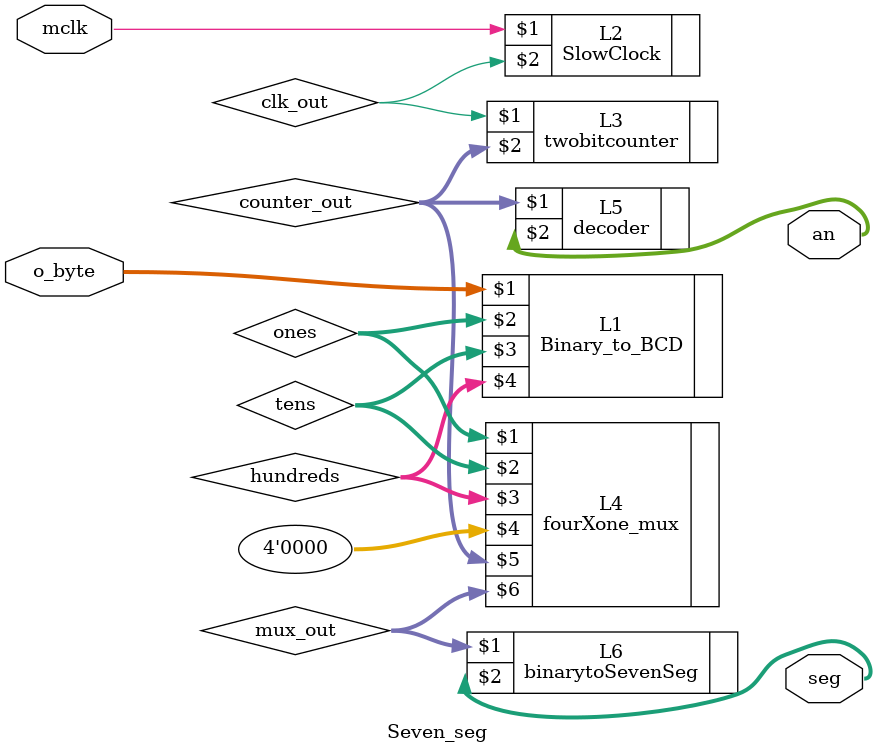
<source format=v>
`timescale 1ns / 1ps


module Seven_seg(
    input [7:0] o_byte,
    input mclk,
    output [3:0] an,
    output [6:0] seg
);
    
    wire clk_out;
    wire [1:0] counter_out;
    wire [3:0] mux_out;
    wire [3:0] ones,tens;
    wire [1:0] hundreds;
    
    parameter zeros = 4'b0000;
    

    
    Binary_to_BCD L1(o_byte,ones,tens,hundreds);
    fourXone_mux L4(ones,tens,hundreds,zeros,counter_out,mux_out);
    SlowClock L2(mclk,clk_out);
    twobitcounter L3(clk_out,counter_out);  
    decoder L5(counter_out,an);
    binarytoSevenSeg L6(mux_out,seg);
    
    
  
endmodule

</source>
